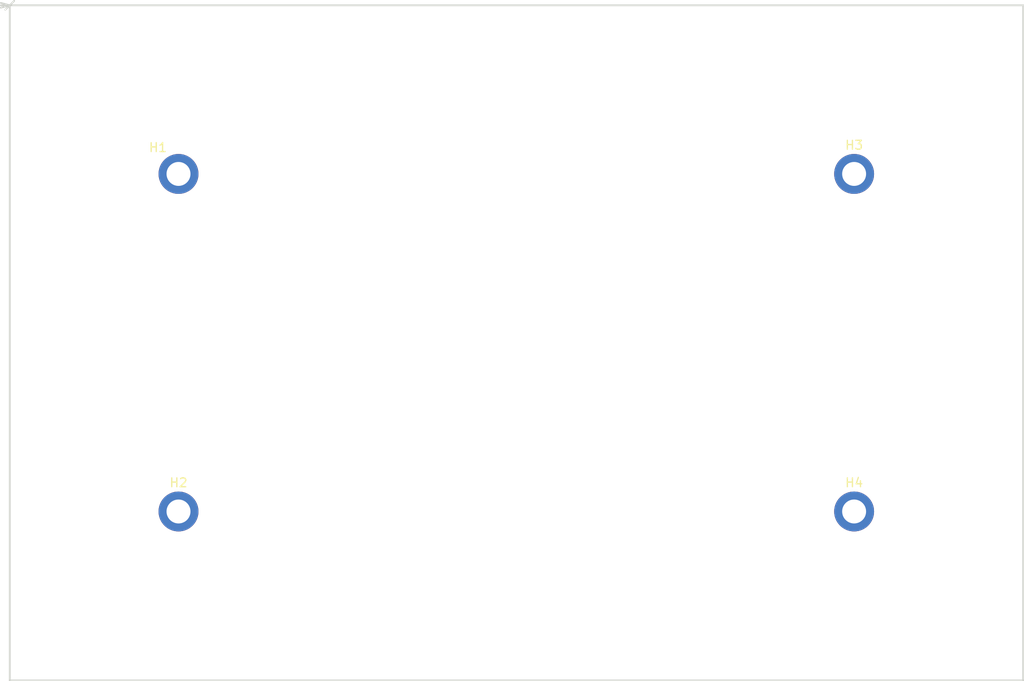
<source format=kicad_pcb>
(kicad_pcb (version 20171130) (host pcbnew 5.0.2-bee76a0~70~ubuntu18.04.1)

  (general
    (thickness 1.6)
    (drawings 8)
    (tracks 0)
    (zones 0)
    (modules 4)
    (nets 1)
  )

  (page A4)
  (layers
    (0 F.Cu signal)
    (31 B.Cu signal)
    (32 B.Adhes user)
    (33 F.Adhes user)
    (34 B.Paste user)
    (35 F.Paste user)
    (36 B.SilkS user)
    (37 F.SilkS user)
    (38 B.Mask user)
    (39 F.Mask user)
    (40 Dwgs.User user)
    (41 Cmts.User user)
    (42 Eco1.User user)
    (43 Eco2.User user)
    (44 Edge.Cuts user)
    (45 Margin user)
    (46 B.CrtYd user)
    (47 F.CrtYd user)
    (48 B.Fab user)
    (49 F.Fab user)
  )

  (setup
    (last_trace_width 0.25)
    (trace_clearance 0.2)
    (zone_clearance 0.508)
    (zone_45_only no)
    (trace_min 0.2)
    (segment_width 0.2)
    (edge_width 0.15)
    (via_size 0.8)
    (via_drill 0.4)
    (via_min_size 0.4)
    (via_min_drill 0.3)
    (uvia_size 0.3)
    (uvia_drill 0.1)
    (uvias_allowed no)
    (uvia_min_size 0.2)
    (uvia_min_drill 0.1)
    (pcb_text_width 0.3)
    (pcb_text_size 1.5 1.5)
    (mod_edge_width 0.15)
    (mod_text_size 1 1)
    (mod_text_width 0.15)
    (pad_size 4.5 4.5)
    (pad_drill 2.7)
    (pad_to_mask_clearance 0.051)
    (solder_mask_min_width 0.25)
    (aux_axis_origin 0 0.0127)
    (grid_origin 0 0.0127)
    (visible_elements FFFFFF7F)
    (pcbplotparams
      (layerselection 0x010fc_ffffffff)
      (usegerberextensions false)
      (usegerberattributes false)
      (usegerberadvancedattributes false)
      (creategerberjobfile false)
      (excludeedgelayer true)
      (linewidth 0.100000)
      (plotframeref false)
      (viasonmask false)
      (mode 1)
      (useauxorigin false)
      (hpglpennumber 1)
      (hpglpenspeed 20)
      (hpglpendiameter 15.000000)
      (psnegative false)
      (psa4output false)
      (plotreference true)
      (plotvalue true)
      (plotinvisibletext false)
      (padsonsilk false)
      (subtractmaskfromsilk false)
      (outputformat 1)
      (mirror false)
      (drillshape 0)
      (scaleselection 1)
      (outputdirectory "gerbers-base"))
  )

  (net 0 "")

  (net_class Default "This is the default net class."
    (clearance 0.2)
    (trace_width 0.25)
    (via_dia 0.8)
    (via_drill 0.4)
    (uvia_dia 0.3)
    (uvia_drill 0.1)
  )

  (module MountingHole:MountingHole_2.7mm_M2.5_ISO14580_Pad (layer F.Cu) (tedit 56D1B4CB) (tstamp 5C2F2508)
    (at 101.76 79.52)
    (descr "Mounting Hole 2.7mm, M2.5, ISO14580")
    (tags "mounting hole 2.7mm m2.5 iso14580")
    (path /614D46D6)
    (attr virtual)
    (fp_text reference H1 (at -2.321801 -2.982201) (layer F.SilkS)
      (effects (font (size 1 1) (thickness 0.15)))
    )
    (fp_text value MountingHole (at 0 3.25) (layer F.Fab)
      (effects (font (size 1 1) (thickness 0.15)))
    )
    (fp_text user %R (at 0.3 0) (layer F.Fab)
      (effects (font (size 1 1) (thickness 0.15)))
    )
    (fp_circle (center 0 0) (end 2.25 0) (layer Cmts.User) (width 0.15))
    (fp_circle (center 0 0) (end 2.5 0) (layer F.CrtYd) (width 0.05))
    (pad 1 thru_hole circle (at 0 0) (size 4.5 4.5) (drill 2.7) (layers *.Cu *.Mask))
  )

  (module MountingHole:MountingHole_2.7mm_M2.5_ISO14580_Pad (layer F.Cu) (tedit 56D1B4CB) (tstamp 5C2F2510)
    (at 101.76 117.62)
    (descr "Mounting Hole 2.7mm, M2.5, ISO14580")
    (tags "mounting hole 2.7mm m2.5 iso14580")
    (path /614D5069)
    (attr virtual)
    (fp_text reference H2 (at 0 -3.25) (layer F.SilkS)
      (effects (font (size 1 1) (thickness 0.15)))
    )
    (fp_text value MountingHole (at 0 3.25) (layer F.Fab)
      (effects (font (size 1 1) (thickness 0.15)))
    )
    (fp_circle (center 0 0) (end 2.5 0) (layer F.CrtYd) (width 0.05))
    (fp_circle (center 0 0) (end 2.25 0) (layer Cmts.User) (width 0.15))
    (fp_text user %R (at 0.3 0) (layer F.Fab)
      (effects (font (size 1 1) (thickness 0.15)))
    )
    (pad 1 thru_hole circle (at 0 0) (size 4.5 4.5) (drill 2.7) (layers *.Cu *.Mask))
  )

  (module MountingHole:MountingHole_2.7mm_M2.5_ISO14580_Pad (layer F.Cu) (tedit 56D1B4CB) (tstamp 5C2F2518)
    (at 177.96 79.52)
    (descr "Mounting Hole 2.7mm, M2.5, ISO14580")
    (tags "mounting hole 2.7mm m2.5 iso14580")
    (path /614D5339)
    (autoplace_cost90 2)
    (attr virtual)
    (fp_text reference H3 (at 0 -3.25) (layer F.SilkS)
      (effects (font (size 1 1) (thickness 0.15)))
    )
    (fp_text value MountingHole (at 0 3.25) (layer F.Fab)
      (effects (font (size 1 1) (thickness 0.15)))
    )
    (fp_text user %R (at 0.3 0) (layer F.Fab)
      (effects (font (size 1 1) (thickness 0.15)))
    )
    (fp_circle (center 0 0) (end 2.25 0) (layer Cmts.User) (width 0.15))
    (fp_circle (center 0 0) (end 2.5 0) (layer F.CrtYd) (width 0.05))
    (pad 1 thru_hole circle (at 0 0) (size 4.5 4.5) (drill 2.7) (layers *.Cu *.Mask))
  )

  (module MountingHole:MountingHole_2.7mm_M2.5_ISO14580_Pad (layer F.Cu) (tedit 56D1B4CB) (tstamp 5C2F2520)
    (at 177.96 117.62)
    (descr "Mounting Hole 2.7mm, M2.5, ISO14580")
    (tags "mounting hole 2.7mm m2.5 iso14580")
    (path /5C2E5469)
    (attr virtual)
    (fp_text reference H4 (at 0 -3.25) (layer F.SilkS)
      (effects (font (size 1 1) (thickness 0.15)))
    )
    (fp_text value MountingHole (at 0 3.25) (layer F.Fab)
      (effects (font (size 1 1) (thickness 0.15)))
    )
    (fp_circle (center 0 0) (end 2.5 0) (layer F.CrtYd) (width 0.05))
    (fp_circle (center 0 0) (end 2.25 0) (layer Cmts.User) (width 0.15))
    (fp_text user %R (at 0.3 0) (layer F.Fab)
      (effects (font (size 1 1) (thickness 0.15)))
    )
    (pad 1 thru_hole circle (at 0 0) (size 4.5 4.5) (drill 2.7) (layers *.Cu *.Mask))
  )

  (gr_line (start 82.72625 136.68895) (end 197.02625 136.68895) (layer Edge.Cuts) (width 0.2) (tstamp 5C2F2B30))
  (gr_line (start 82.72625 60.48895) (end 197.02625 60.48895) (layer Edge.Cuts) (width 0.2) (tstamp 5C2F2B33))
  (gr_line (start 82.22625 60.98895) (end 83.22625 59.98895) (layer Edge.Cuts) (width 0.2) (tstamp 5C2F2B6C))
  (gr_line (start 197.02625 60.48895) (end 197.02625 136.68895) (layer Edge.Cuts) (width 0.2) (tstamp 5C2F2B9C))
  (gr_line (start 82.72625 60.48895) (end 81.72625 60.48895) (layer Edge.Cuts) (width 0.2) (tstamp 5C2F2BD5))
  (gr_line (start 82.72625 60.48895) (end 82.72625 136.68895) (layer Edge.Cuts) (width 0.2) (tstamp 5C2F2BF3))
  (gr_line (start 82.72625 60.48895) (end 81.72625 60.756899) (layer Edge.Cuts) (width 0.2) (tstamp 5C2F2BF9))
  (gr_line (start 81.72625 60.221001) (end 82.72625 60.48895) (layer Edge.Cuts) (width 0.2) (tstamp 5C2F2C11))

)

</source>
